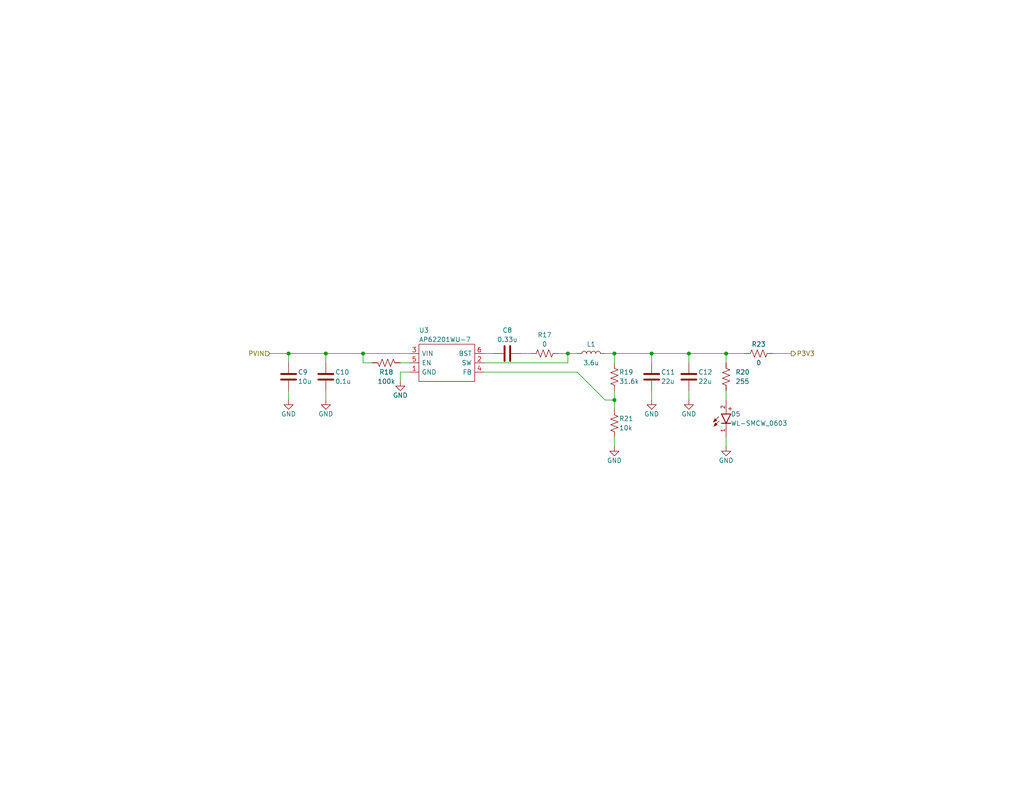
<source format=kicad_sch>
(kicad_sch
	(version 20231120)
	(generator "eeschema")
	(generator_version "8.0")
	(uuid "806c5f42-4906-4a72-a434-35104fa132b6")
	(paper "USLetter")
	(title_block
		(title "ESP32 RC Controller")
		(date "2024-09-04")
		(rev "0")
		(company "Wireless and Control Systems LLC")
		(comment 1 "Dan Tatum")
	)
	(lib_symbols
		(symbol "power:GND"
			(power)
			(pin_numbers hide)
			(pin_names
				(offset 0) hide)
			(exclude_from_sim no)
			(in_bom yes)
			(on_board yes)
			(property "Reference" "#PWR"
				(at 0 -6.35 0)
				(effects
					(font
						(size 1.27 1.27)
					)
					(hide yes)
				)
			)
			(property "Value" "GND"
				(at 0 -3.81 0)
				(effects
					(font
						(size 1.27 1.27)
					)
				)
			)
			(property "Footprint" ""
				(at 0 0 0)
				(effects
					(font
						(size 1.27 1.27)
					)
					(hide yes)
				)
			)
			(property "Datasheet" ""
				(at 0 0 0)
				(effects
					(font
						(size 1.27 1.27)
					)
					(hide yes)
				)
			)
			(property "Description" "Power symbol creates a global label with name \"GND\" , ground"
				(at 0 0 0)
				(effects
					(font
						(size 1.27 1.27)
					)
					(hide yes)
				)
			)
			(property "ki_keywords" "global power"
				(at 0 0 0)
				(effects
					(font
						(size 1.27 1.27)
					)
					(hide yes)
				)
			)
			(symbol "GND_0_1"
				(polyline
					(pts
						(xy 0 0) (xy 0 -1.27) (xy 1.27 -1.27) (xy 0 -2.54) (xy -1.27 -1.27) (xy 0 -1.27)
					)
					(stroke
						(width 0)
						(type default)
					)
					(fill
						(type none)
					)
				)
			)
			(symbol "GND_1_1"
				(pin power_in line
					(at 0 0 270)
					(length 0)
					(name "~"
						(effects
							(font
								(size 1.27 1.27)
							)
						)
					)
					(number "1"
						(effects
							(font
								(size 1.27 1.27)
							)
						)
					)
				)
			)
		)
		(symbol "proj_library:AP62201WU-7"
			(pin_names
				(offset 0.762)
			)
			(exclude_from_sim no)
			(in_bom yes)
			(on_board yes)
			(property "Reference" "U"
				(at -7.62 9.398 0)
				(effects
					(font
						(size 1.27 1.27)
					)
					(justify left)
				)
			)
			(property "Value" "AP62201WU-7"
				(at -7.62 6.858 0)
				(effects
					(font
						(size 1.27 1.27)
					)
					(justify left)
				)
			)
			(property "Footprint" "proj_library:TSOT26"
				(at 0 -3.81 0)
				(effects
					(font
						(size 1.27 1.27)
					)
					(hide yes)
				)
			)
			(property "Datasheet" ""
				(at 8.89 2.54 0)
				(effects
					(font
						(size 1.27 1.27)
					)
					(justify left)
					(hide yes)
				)
			)
			(property "Description" "Switching Voltage Regulators DCDC Conv HV Buck TSOT26(STD) T&R 3K"
				(at 0 0 0)
				(effects
					(font
						(size 1.27 1.27)
					)
					(hide yes)
				)
			)
			(property "Manufacturer" "Diodes Incorporated"
				(at 0 3.81 0)
				(effects
					(font
						(size 1.27 1.27)
					)
					(hide yes)
				)
			)
			(property "ki_keywords" "Switching Voltage Regulators DCDC Conv HV Buck"
				(at 0 0 0)
				(effects
					(font
						(size 1.27 1.27)
					)
					(hide yes)
				)
			)
			(symbol "AP62201WU-7_0_1"
				(polyline
					(pts
						(xy -7.62 5.08) (xy 7.62 5.08) (xy 7.62 -5.08) (xy -7.62 -5.08) (xy -7.62 5.08)
					)
					(stroke
						(width 0.1524)
						(type solid)
					)
					(fill
						(type none)
					)
				)
			)
			(symbol "AP62201WU-7_1_0"
				(pin passive line
					(at -10.16 -2.54 0)
					(length 2.54)
					(name "GND"
						(effects
							(font
								(size 1.27 1.27)
							)
						)
					)
					(number "1"
						(effects
							(font
								(size 1.27 1.27)
							)
						)
					)
				)
				(pin passive line
					(at 10.16 0 180)
					(length 2.54)
					(name "SW"
						(effects
							(font
								(size 1.27 1.27)
							)
						)
					)
					(number "2"
						(effects
							(font
								(size 1.27 1.27)
							)
						)
					)
				)
				(pin passive line
					(at -10.16 2.54 0)
					(length 2.54)
					(name "VIN"
						(effects
							(font
								(size 1.27 1.27)
							)
						)
					)
					(number "3"
						(effects
							(font
								(size 1.27 1.27)
							)
						)
					)
				)
				(pin passive line
					(at 10.16 -2.54 180)
					(length 2.54)
					(name "FB"
						(effects
							(font
								(size 1.27 1.27)
							)
						)
					)
					(number "4"
						(effects
							(font
								(size 1.27 1.27)
							)
						)
					)
				)
				(pin passive line
					(at -10.16 0 0)
					(length 2.54)
					(name "EN"
						(effects
							(font
								(size 1.27 1.27)
							)
						)
					)
					(number "5"
						(effects
							(font
								(size 1.27 1.27)
							)
						)
					)
				)
				(pin passive line
					(at 10.16 2.54 180)
					(length 2.54)
					(name "BST"
						(effects
							(font
								(size 1.27 1.27)
							)
						)
					)
					(number "6"
						(effects
							(font
								(size 1.27 1.27)
							)
						)
					)
				)
			)
		)
		(symbol "proj_library:CC0603KRX7R7BB104"
			(pin_numbers hide)
			(pin_names
				(offset 0.254)
			)
			(exclude_from_sim no)
			(in_bom yes)
			(on_board yes)
			(property "Reference" "C"
				(at 0.635 2.54 0)
				(effects
					(font
						(size 1.27 1.27)
					)
					(justify left)
				)
			)
			(property "Value" "0.1u"
				(at 0.635 -2.54 0)
				(effects
					(font
						(size 1.27 1.27)
					)
					(justify left)
				)
			)
			(property "Footprint" "proj_library:C0603"
				(at 0 -3.81 0)
				(effects
					(font
						(size 1.27 1.27)
					)
					(hide yes)
				)
			)
			(property "Datasheet" ""
				(at 0 0 0)
				(effects
					(font
						(size 1.27 1.27)
					)
					(hide yes)
				)
			)
			(property "Description" "CAP CER 0.1UF 16V X7R 0603"
				(at 0 0 0)
				(effects
					(font
						(size 1.27 1.27)
					)
					(hide yes)
				)
			)
			(property "ki_keywords" "C cap capacitor"
				(at 0 0 0)
				(effects
					(font
						(size 1.27 1.27)
					)
					(hide yes)
				)
			)
			(property "ki_fp_filters" "C_*"
				(at 0 0 0)
				(effects
					(font
						(size 1.27 1.27)
					)
					(hide yes)
				)
			)
			(symbol "CC0603KRX7R7BB104_0_1"
				(polyline
					(pts
						(xy -2.032 -0.762) (xy 2.032 -0.762)
					)
					(stroke
						(width 0.508)
						(type default)
					)
					(fill
						(type none)
					)
				)
				(polyline
					(pts
						(xy -2.032 0.762) (xy 2.032 0.762)
					)
					(stroke
						(width 0.508)
						(type default)
					)
					(fill
						(type none)
					)
				)
			)
			(symbol "CC0603KRX7R7BB104_1_1"
				(pin passive line
					(at 0 3.81 270)
					(length 2.794)
					(name "~"
						(effects
							(font
								(size 1.27 1.27)
							)
						)
					)
					(number "1"
						(effects
							(font
								(size 1.27 1.27)
							)
						)
					)
				)
				(pin passive line
					(at 0 -3.81 90)
					(length 2.794)
					(name "~"
						(effects
							(font
								(size 1.27 1.27)
							)
						)
					)
					(number "2"
						(effects
							(font
								(size 1.27 1.27)
							)
						)
					)
				)
			)
		)
		(symbol "proj_library:CL10B334KO8NNNC"
			(pin_numbers hide)
			(pin_names
				(offset 0.254)
			)
			(exclude_from_sim no)
			(in_bom yes)
			(on_board yes)
			(property "Reference" "C"
				(at 0.635 2.54 0)
				(effects
					(font
						(size 1.27 1.27)
					)
					(justify left)
				)
			)
			(property "Value" "0.33u"
				(at 0.635 -2.54 0)
				(effects
					(font
						(size 1.27 1.27)
					)
					(justify left)
				)
			)
			(property "Footprint" "proj_library:C0603"
				(at 0 -3.81 0)
				(effects
					(font
						(size 1.27 1.27)
					)
					(hide yes)
				)
			)
			(property "Datasheet" ""
				(at 0 0 0)
				(effects
					(font
						(size 1.27 1.27)
					)
					(hide yes)
				)
			)
			(property "Description" "CAP CER 0.33UF 16V X7R 0603"
				(at 0 0 0)
				(effects
					(font
						(size 1.27 1.27)
					)
					(hide yes)
				)
			)
			(property "ki_keywords" "C cap capacitor"
				(at 0 0 0)
				(effects
					(font
						(size 1.27 1.27)
					)
					(hide yes)
				)
			)
			(property "ki_fp_filters" "C_*"
				(at 0 0 0)
				(effects
					(font
						(size 1.27 1.27)
					)
					(hide yes)
				)
			)
			(symbol "CL10B334KO8NNNC_0_1"
				(polyline
					(pts
						(xy -2.032 -0.762) (xy 2.032 -0.762)
					)
					(stroke
						(width 0.508)
						(type default)
					)
					(fill
						(type none)
					)
				)
				(polyline
					(pts
						(xy -2.032 0.762) (xy 2.032 0.762)
					)
					(stroke
						(width 0.508)
						(type default)
					)
					(fill
						(type none)
					)
				)
			)
			(symbol "CL10B334KO8NNNC_1_1"
				(pin passive line
					(at 0 3.81 270)
					(length 2.794)
					(name "~"
						(effects
							(font
								(size 1.27 1.27)
							)
						)
					)
					(number "1"
						(effects
							(font
								(size 1.27 1.27)
							)
						)
					)
				)
				(pin passive line
					(at 0 -3.81 90)
					(length 2.794)
					(name "~"
						(effects
							(font
								(size 1.27 1.27)
							)
						)
					)
					(number "2"
						(effects
							(font
								(size 1.27 1.27)
							)
						)
					)
				)
			)
		)
		(symbol "proj_library:CL21A106KOQNNNE"
			(pin_numbers hide)
			(pin_names
				(offset 0.254)
			)
			(exclude_from_sim no)
			(in_bom yes)
			(on_board yes)
			(property "Reference" "C"
				(at 0.635 2.54 0)
				(effects
					(font
						(size 1.27 1.27)
					)
					(justify left)
				)
			)
			(property "Value" "10u"
				(at 0.635 -2.54 0)
				(effects
					(font
						(size 1.27 1.27)
					)
					(justify left)
				)
			)
			(property "Footprint" "proj_library:C0805"
				(at 0 -3.81 0)
				(effects
					(font
						(size 1.27 1.27)
					)
					(hide yes)
				)
			)
			(property "Datasheet" ""
				(at 0 0 0)
				(effects
					(font
						(size 1.27 1.27)
					)
					(hide yes)
				)
			)
			(property "Description" "CAP CER 10UF 16V X5R 0805"
				(at 0 0 0)
				(effects
					(font
						(size 1.27 1.27)
					)
					(hide yes)
				)
			)
			(property "ki_keywords" "C cap capacitor"
				(at 0 0 0)
				(effects
					(font
						(size 1.27 1.27)
					)
					(hide yes)
				)
			)
			(property "ki_fp_filters" "C_*"
				(at 0 0 0)
				(effects
					(font
						(size 1.27 1.27)
					)
					(hide yes)
				)
			)
			(symbol "CL21A106KOQNNNE_0_1"
				(polyline
					(pts
						(xy -2.032 -0.762) (xy 2.032 -0.762)
					)
					(stroke
						(width 0.508)
						(type default)
					)
					(fill
						(type none)
					)
				)
				(polyline
					(pts
						(xy -2.032 0.762) (xy 2.032 0.762)
					)
					(stroke
						(width 0.508)
						(type default)
					)
					(fill
						(type none)
					)
				)
			)
			(symbol "CL21A106KOQNNNE_1_1"
				(pin passive line
					(at 0 3.81 270)
					(length 2.794)
					(name "~"
						(effects
							(font
								(size 1.27 1.27)
							)
						)
					)
					(number "1"
						(effects
							(font
								(size 1.27 1.27)
							)
						)
					)
				)
				(pin passive line
					(at 0 -3.81 90)
					(length 2.794)
					(name "~"
						(effects
							(font
								(size 1.27 1.27)
							)
						)
					)
					(number "2"
						(effects
							(font
								(size 1.27 1.27)
							)
						)
					)
				)
			)
		)
		(symbol "proj_library:CL21A226MOCLRNC"
			(pin_numbers hide)
			(pin_names
				(offset 0.254)
			)
			(exclude_from_sim no)
			(in_bom yes)
			(on_board yes)
			(property "Reference" "C"
				(at 0.635 2.54 0)
				(effects
					(font
						(size 1.27 1.27)
					)
					(justify left)
				)
			)
			(property "Value" "22u"
				(at 0.635 -2.54 0)
				(effects
					(font
						(size 1.27 1.27)
					)
					(justify left)
				)
			)
			(property "Footprint" "proj_library:C0805"
				(at 0 -3.81 0)
				(effects
					(font
						(size 1.27 1.27)
					)
					(hide yes)
				)
			)
			(property "Datasheet" ""
				(at 0 0 0)
				(effects
					(font
						(size 1.27 1.27)
					)
					(hide yes)
				)
			)
			(property "Description" "CAP CER 22UF 16V X5R 0805"
				(at 0 0 0)
				(effects
					(font
						(size 1.27 1.27)
					)
					(hide yes)
				)
			)
			(property "ki_keywords" "C cap capacitor"
				(at 0 0 0)
				(effects
					(font
						(size 1.27 1.27)
					)
					(hide yes)
				)
			)
			(property "ki_fp_filters" "C_*"
				(at 0 0 0)
				(effects
					(font
						(size 1.27 1.27)
					)
					(hide yes)
				)
			)
			(symbol "CL21A226MOCLRNC_0_1"
				(polyline
					(pts
						(xy -2.032 -0.762) (xy 2.032 -0.762)
					)
					(stroke
						(width 0.508)
						(type default)
					)
					(fill
						(type none)
					)
				)
				(polyline
					(pts
						(xy -2.032 0.762) (xy 2.032 0.762)
					)
					(stroke
						(width 0.508)
						(type default)
					)
					(fill
						(type none)
					)
				)
			)
			(symbol "CL21A226MOCLRNC_1_1"
				(pin passive line
					(at 0 3.81 270)
					(length 2.794)
					(name "~"
						(effects
							(font
								(size 1.27 1.27)
							)
						)
					)
					(number "1"
						(effects
							(font
								(size 1.27 1.27)
							)
						)
					)
				)
				(pin passive line
					(at 0 -3.81 90)
					(length 2.794)
					(name "~"
						(effects
							(font
								(size 1.27 1.27)
							)
						)
					)
					(number "2"
						(effects
							(font
								(size 1.27 1.27)
							)
						)
					)
				)
			)
		)
		(symbol "proj_library:CRCW06030000Z0EAC"
			(pin_numbers hide)
			(pin_names
				(offset 0)
			)
			(exclude_from_sim no)
			(in_bom yes)
			(on_board yes)
			(property "Reference" "R"
				(at 1.27 2.54 0)
				(effects
					(font
						(size 1.27 1.27)
					)
					(justify left)
				)
			)
			(property "Value" "0"
				(at 1.27 -2.54 0)
				(effects
					(font
						(size 1.27 1.27)
					)
					(justify left)
				)
			)
			(property "Footprint" "proj_library:R0603"
				(at 0 -3.81 0)
				(effects
					(font
						(size 1.27 1.27)
					)
					(hide yes)
				)
			)
			(property "Datasheet" ""
				(at 0 0 0)
				(effects
					(font
						(size 1.27 1.27)
					)
					(hide yes)
				)
			)
			(property "Description" "RES 0 OHM JUMPER 1/10W 0603"
				(at 0 0 0)
				(effects
					(font
						(size 1.27 1.27)
					)
					(hide yes)
				)
			)
			(property "ki_keywords" "J jumper 0603"
				(at 0 0 0)
				(effects
					(font
						(size 1.27 1.27)
					)
					(hide yes)
				)
			)
			(property "ki_fp_filters" "R_*"
				(at 0 0 0)
				(effects
					(font
						(size 1.27 1.27)
					)
					(hide yes)
				)
			)
			(symbol "CRCW06030000Z0EAC_0_1"
				(polyline
					(pts
						(xy 0 -2.286) (xy 0 -2.54)
					)
					(stroke
						(width 0)
						(type default)
					)
					(fill
						(type none)
					)
				)
				(polyline
					(pts
						(xy 0 2.286) (xy 0 2.54)
					)
					(stroke
						(width 0)
						(type default)
					)
					(fill
						(type none)
					)
				)
				(polyline
					(pts
						(xy 0 -0.762) (xy 1.016 -1.143) (xy 0 -1.524) (xy -1.016 -1.905) (xy 0 -2.286)
					)
					(stroke
						(width 0)
						(type default)
					)
					(fill
						(type none)
					)
				)
				(polyline
					(pts
						(xy 0 0.762) (xy 1.016 0.381) (xy 0 0) (xy -1.016 -0.381) (xy 0 -0.762)
					)
					(stroke
						(width 0)
						(type default)
					)
					(fill
						(type none)
					)
				)
				(polyline
					(pts
						(xy 0 2.286) (xy 1.016 1.905) (xy 0 1.524) (xy -1.016 1.143) (xy 0 0.762)
					)
					(stroke
						(width 0)
						(type default)
					)
					(fill
						(type none)
					)
				)
			)
			(symbol "CRCW06030000Z0EAC_1_1"
				(pin passive line
					(at 0 3.81 270)
					(length 1.27)
					(name "~"
						(effects
							(font
								(size 1.27 1.27)
							)
						)
					)
					(number "1"
						(effects
							(font
								(size 1.27 1.27)
							)
						)
					)
				)
				(pin passive line
					(at 0 -3.81 90)
					(length 1.27)
					(name "~"
						(effects
							(font
								(size 1.27 1.27)
							)
						)
					)
					(number "2"
						(effects
							(font
								(size 1.27 1.27)
							)
						)
					)
				)
			)
		)
		(symbol "proj_library:CRCW0603100KFKEAC"
			(pin_numbers hide)
			(pin_names
				(offset 0)
			)
			(exclude_from_sim no)
			(in_bom yes)
			(on_board yes)
			(property "Reference" "R"
				(at 1.27 2.54 0)
				(effects
					(font
						(size 1.27 1.27)
					)
					(justify left)
				)
			)
			(property "Value" "100k"
				(at 1.27 -2.54 0)
				(effects
					(font
						(size 1.27 1.27)
					)
					(justify left)
				)
			)
			(property "Footprint" "proj_library:R0603"
				(at 0 -3.81 0)
				(effects
					(font
						(size 1.27 1.27)
					)
					(hide yes)
				)
			)
			(property "Datasheet" ""
				(at 0 0 0)
				(effects
					(font
						(size 1.27 1.27)
					)
					(hide yes)
				)
			)
			(property "Description" "RES 100K OHM 1% 1/10W 0603"
				(at 0 0 0)
				(effects
					(font
						(size 1.27 1.27)
					)
					(hide yes)
				)
			)
			(property "ki_keywords" "R res resistor 0603"
				(at 0 0 0)
				(effects
					(font
						(size 1.27 1.27)
					)
					(hide yes)
				)
			)
			(property "ki_fp_filters" "R_*"
				(at 0 0 0)
				(effects
					(font
						(size 1.27 1.27)
					)
					(hide yes)
				)
			)
			(symbol "CRCW0603100KFKEAC_0_1"
				(polyline
					(pts
						(xy 0 -2.286) (xy 0 -2.54)
					)
					(stroke
						(width 0)
						(type default)
					)
					(fill
						(type none)
					)
				)
				(polyline
					(pts
						(xy 0 2.286) (xy 0 2.54)
					)
					(stroke
						(width 0)
						(type default)
					)
					(fill
						(type none)
					)
				)
				(polyline
					(pts
						(xy 0 -0.762) (xy 1.016 -1.143) (xy 0 -1.524) (xy -1.016 -1.905) (xy 0 -2.286)
					)
					(stroke
						(width 0)
						(type default)
					)
					(fill
						(type none)
					)
				)
				(polyline
					(pts
						(xy 0 0.762) (xy 1.016 0.381) (xy 0 0) (xy -1.016 -0.381) (xy 0 -0.762)
					)
					(stroke
						(width 0)
						(type default)
					)
					(fill
						(type none)
					)
				)
				(polyline
					(pts
						(xy 0 2.286) (xy 1.016 1.905) (xy 0 1.524) (xy -1.016 1.143) (xy 0 0.762)
					)
					(stroke
						(width 0)
						(type default)
					)
					(fill
						(type none)
					)
				)
			)
			(symbol "CRCW0603100KFKEAC_1_1"
				(pin passive line
					(at 0 3.81 270)
					(length 1.27)
					(name "~"
						(effects
							(font
								(size 1.27 1.27)
							)
						)
					)
					(number "1"
						(effects
							(font
								(size 1.27 1.27)
							)
						)
					)
				)
				(pin passive line
					(at 0 -3.81 90)
					(length 1.27)
					(name "~"
						(effects
							(font
								(size 1.27 1.27)
							)
						)
					)
					(number "2"
						(effects
							(font
								(size 1.27 1.27)
							)
						)
					)
				)
			)
		)
		(symbol "proj_library:CRCW060310K0FKEAC"
			(pin_numbers hide)
			(pin_names
				(offset 0)
			)
			(exclude_from_sim no)
			(in_bom yes)
			(on_board yes)
			(property "Reference" "R"
				(at 1.27 2.54 0)
				(effects
					(font
						(size 1.27 1.27)
					)
					(justify left)
				)
			)
			(property "Value" "10k"
				(at 1.27 -2.54 0)
				(effects
					(font
						(size 1.27 1.27)
					)
					(justify left)
				)
			)
			(property "Footprint" "proj_library:R0603"
				(at 0 -3.81 0)
				(effects
					(font
						(size 1.27 1.27)
					)
					(hide yes)
				)
			)
			(property "Datasheet" ""
				(at 0 0 0)
				(effects
					(font
						(size 1.27 1.27)
					)
					(hide yes)
				)
			)
			(property "Description" "RES 10K OHM 1% 1/10W 0603"
				(at 0 0 0)
				(effects
					(font
						(size 1.27 1.27)
					)
					(hide yes)
				)
			)
			(property "ki_keywords" "R res resistor 0603"
				(at 0 0 0)
				(effects
					(font
						(size 1.27 1.27)
					)
					(hide yes)
				)
			)
			(property "ki_fp_filters" "R_*"
				(at 0 0 0)
				(effects
					(font
						(size 1.27 1.27)
					)
					(hide yes)
				)
			)
			(symbol "CRCW060310K0FKEAC_0_1"
				(polyline
					(pts
						(xy 0 -2.286) (xy 0 -2.54)
					)
					(stroke
						(width 0)
						(type default)
					)
					(fill
						(type none)
					)
				)
				(polyline
					(pts
						(xy 0 2.286) (xy 0 2.54)
					)
					(stroke
						(width 0)
						(type default)
					)
					(fill
						(type none)
					)
				)
				(polyline
					(pts
						(xy 0 -0.762) (xy 1.016 -1.143) (xy 0 -1.524) (xy -1.016 -1.905) (xy 0 -2.286)
					)
					(stroke
						(width 0)
						(type default)
					)
					(fill
						(type none)
					)
				)
				(polyline
					(pts
						(xy 0 0.762) (xy 1.016 0.381) (xy 0 0) (xy -1.016 -0.381) (xy 0 -0.762)
					)
					(stroke
						(width 0)
						(type default)
					)
					(fill
						(type none)
					)
				)
				(polyline
					(pts
						(xy 0 2.286) (xy 1.016 1.905) (xy 0 1.524) (xy -1.016 1.143) (xy 0 0.762)
					)
					(stroke
						(width 0)
						(type default)
					)
					(fill
						(type none)
					)
				)
			)
			(symbol "CRCW060310K0FKEAC_1_1"
				(pin passive line
					(at 0 3.81 270)
					(length 1.27)
					(name "~"
						(effects
							(font
								(size 1.27 1.27)
							)
						)
					)
					(number "1"
						(effects
							(font
								(size 1.27 1.27)
							)
						)
					)
				)
				(pin passive line
					(at 0 -3.81 90)
					(length 1.27)
					(name "~"
						(effects
							(font
								(size 1.27 1.27)
							)
						)
					)
					(number "2"
						(effects
							(font
								(size 1.27 1.27)
							)
						)
					)
				)
			)
		)
		(symbol "proj_library:CRCW0603255RFKEAC"
			(pin_numbers hide)
			(pin_names
				(offset 0)
			)
			(exclude_from_sim no)
			(in_bom yes)
			(on_board yes)
			(property "Reference" "R"
				(at 1.27 2.54 0)
				(effects
					(font
						(size 1.27 1.27)
					)
					(justify left)
				)
			)
			(property "Value" "255"
				(at 1.27 -2.54 0)
				(effects
					(font
						(size 1.27 1.27)
					)
					(justify left)
				)
			)
			(property "Footprint" "proj_library:R0603"
				(at 0 -3.81 0)
				(effects
					(font
						(size 1.27 1.27)
					)
					(hide yes)
				)
			)
			(property "Datasheet" ""
				(at 0 0 0)
				(effects
					(font
						(size 1.27 1.27)
					)
					(hide yes)
				)
			)
			(property "Description" "RES 255 OHM 1% 1/10W 0603"
				(at 0 0 0)
				(effects
					(font
						(size 1.27 1.27)
					)
					(hide yes)
				)
			)
			(property "ki_keywords" "R res resistor 0603"
				(at 0 0 0)
				(effects
					(font
						(size 1.27 1.27)
					)
					(hide yes)
				)
			)
			(property "ki_fp_filters" "R_*"
				(at 0 0 0)
				(effects
					(font
						(size 1.27 1.27)
					)
					(hide yes)
				)
			)
			(symbol "CRCW0603255RFKEAC_0_1"
				(polyline
					(pts
						(xy 0 -2.286) (xy 0 -2.54)
					)
					(stroke
						(width 0)
						(type default)
					)
					(fill
						(type none)
					)
				)
				(polyline
					(pts
						(xy 0 2.286) (xy 0 2.54)
					)
					(stroke
						(width 0)
						(type default)
					)
					(fill
						(type none)
					)
				)
				(polyline
					(pts
						(xy 0 -0.762) (xy 1.016 -1.143) (xy 0 -1.524) (xy -1.016 -1.905) (xy 0 -2.286)
					)
					(stroke
						(width 0)
						(type default)
					)
					(fill
						(type none)
					)
				)
				(polyline
					(pts
						(xy 0 0.762) (xy 1.016 0.381) (xy 0 0) (xy -1.016 -0.381) (xy 0 -0.762)
					)
					(stroke
						(width 0)
						(type default)
					)
					(fill
						(type none)
					)
				)
				(polyline
					(pts
						(xy 0 2.286) (xy 1.016 1.905) (xy 0 1.524) (xy -1.016 1.143) (xy 0 0.762)
					)
					(stroke
						(width 0)
						(type default)
					)
					(fill
						(type none)
					)
				)
			)
			(symbol "CRCW0603255RFKEAC_1_1"
				(pin passive line
					(at 0 3.81 270)
					(length 1.27)
					(name "~"
						(effects
							(font
								(size 1.27 1.27)
							)
						)
					)
					(number "1"
						(effects
							(font
								(size 1.27 1.27)
							)
						)
					)
				)
				(pin passive line
					(at 0 -3.81 90)
					(length 1.27)
					(name "~"
						(effects
							(font
								(size 1.27 1.27)
							)
						)
					)
					(number "2"
						(effects
							(font
								(size 1.27 1.27)
							)
						)
					)
				)
			)
		)
		(symbol "proj_library:CRCW060331K6FKEAC"
			(pin_numbers hide)
			(pin_names
				(offset 0)
			)
			(exclude_from_sim no)
			(in_bom yes)
			(on_board yes)
			(property "Reference" "R"
				(at 1.27 2.54 0)
				(effects
					(font
						(size 1.27 1.27)
					)
					(justify left)
				)
			)
			(property "Value" "31.6k"
				(at 1.27 -2.54 0)
				(effects
					(font
						(size 1.27 1.27)
					)
					(justify left)
				)
			)
			(property "Footprint" "proj_library:R0603"
				(at 0 -3.81 0)
				(effects
					(font
						(size 1.27 1.27)
					)
					(hide yes)
				)
			)
			(property "Datasheet" ""
				(at 0 0 0)
				(effects
					(font
						(size 1.27 1.27)
					)
					(hide yes)
				)
			)
			(property "Description" "RES 31.6K OHM 1% 1/10W 0603"
				(at 0 0 0)
				(effects
					(font
						(size 1.27 1.27)
					)
					(hide yes)
				)
			)
			(property "ki_keywords" "R res resistor 0603"
				(at 0 0 0)
				(effects
					(font
						(size 1.27 1.27)
					)
					(hide yes)
				)
			)
			(property "ki_fp_filters" "R_*"
				(at 0 0 0)
				(effects
					(font
						(size 1.27 1.27)
					)
					(hide yes)
				)
			)
			(symbol "CRCW060331K6FKEAC_0_1"
				(polyline
					(pts
						(xy 0 -2.286) (xy 0 -2.54)
					)
					(stroke
						(width 0)
						(type default)
					)
					(fill
						(type none)
					)
				)
				(polyline
					(pts
						(xy 0 2.286) (xy 0 2.54)
					)
					(stroke
						(width 0)
						(type default)
					)
					(fill
						(type none)
					)
				)
				(polyline
					(pts
						(xy 0 -0.762) (xy 1.016 -1.143) (xy 0 -1.524) (xy -1.016 -1.905) (xy 0 -2.286)
					)
					(stroke
						(width 0)
						(type default)
					)
					(fill
						(type none)
					)
				)
				(polyline
					(pts
						(xy 0 0.762) (xy 1.016 0.381) (xy 0 0) (xy -1.016 -0.381) (xy 0 -0.762)
					)
					(stroke
						(width 0)
						(type default)
					)
					(fill
						(type none)
					)
				)
				(polyline
					(pts
						(xy 0 2.286) (xy 1.016 1.905) (xy 0 1.524) (xy -1.016 1.143) (xy 0 0.762)
					)
					(stroke
						(width 0)
						(type default)
					)
					(fill
						(type none)
					)
				)
			)
			(symbol "CRCW060331K6FKEAC_1_1"
				(pin passive line
					(at 0 3.81 270)
					(length 1.27)
					(name "~"
						(effects
							(font
								(size 1.27 1.27)
							)
						)
					)
					(number "1"
						(effects
							(font
								(size 1.27 1.27)
							)
						)
					)
				)
				(pin passive line
					(at 0 -3.81 90)
					(length 1.27)
					(name "~"
						(effects
							(font
								(size 1.27 1.27)
							)
						)
					)
					(number "2"
						(effects
							(font
								(size 1.27 1.27)
							)
						)
					)
				)
			)
		)
		(symbol "proj_library:LSXNH8080YBL3R3NJG"
			(pin_numbers hide)
			(pin_names
				(offset 1.016) hide)
			(exclude_from_sim no)
			(in_bom yes)
			(on_board yes)
			(property "Reference" "L"
				(at 1.27 2.54 0)
				(effects
					(font
						(size 1.27 1.27)
					)
					(justify left)
				)
			)
			(property "Value" "3.6u"
				(at 1.27 -2.54 0)
				(effects
					(font
						(size 1.27 1.27)
					)
					(justify left)
				)
			)
			(property "Footprint" "proj_library:L3131"
				(at 0 -3.81 0)
				(effects
					(font
						(size 1.27 1.27)
					)
					(hide yes)
				)
			)
			(property "Datasheet" ""
				(at 0 0 0)
				(effects
					(font
						(size 1.27 1.27)
					)
					(hide yes)
				)
			)
			(property "Description" "FIXED IND 3.3UH 4.9A 19.5MOHM SM"
				(at 0 0 0)
				(effects
					(font
						(size 1.27 1.27)
					)
					(hide yes)
				)
			)
			(property "Manufacturer" "Taiyo Yuden"
				(at 0 3.81 0)
				(effects
					(font
						(size 1.27 1.27)
					)
					(hide yes)
				)
			)
			(property "ki_keywords" "inductor choke coil reactor magnetic"
				(at 0 0 0)
				(effects
					(font
						(size 1.27 1.27)
					)
					(hide yes)
				)
			)
			(property "ki_fp_filters" "Choke_* *Coil* Inductor_* L_*"
				(at 0 0 0)
				(effects
					(font
						(size 1.27 1.27)
					)
					(hide yes)
				)
			)
			(symbol "LSXNH8080YBL3R3NJG_0_1"
				(arc
					(start 0 -2.54)
					(mid 0.6323 -1.905)
					(end 0 -1.27)
					(stroke
						(width 0)
						(type default)
					)
					(fill
						(type none)
					)
				)
				(arc
					(start 0 -1.27)
					(mid 0.6323 -0.635)
					(end 0 0)
					(stroke
						(width 0)
						(type default)
					)
					(fill
						(type none)
					)
				)
				(arc
					(start 0 0)
					(mid 0.6323 0.635)
					(end 0 1.27)
					(stroke
						(width 0)
						(type default)
					)
					(fill
						(type none)
					)
				)
				(arc
					(start 0 1.27)
					(mid 0.6323 1.905)
					(end 0 2.54)
					(stroke
						(width 0)
						(type default)
					)
					(fill
						(type none)
					)
				)
			)
			(symbol "LSXNH8080YBL3R3NJG_1_1"
				(pin passive line
					(at 0 3.81 270)
					(length 1.27)
					(name "1"
						(effects
							(font
								(size 1.27 1.27)
							)
						)
					)
					(number "1"
						(effects
							(font
								(size 1.27 1.27)
							)
						)
					)
				)
				(pin passive line
					(at 0 -3.81 90)
					(length 1.27)
					(name "2"
						(effects
							(font
								(size 1.27 1.27)
							)
						)
					)
					(number "2"
						(effects
							(font
								(size 1.27 1.27)
							)
						)
					)
				)
			)
		)
		(symbol "proj_library:WL-SMCW_0603"
			(pin_names
				(offset 1.016)
			)
			(exclude_from_sim no)
			(in_bom yes)
			(on_board yes)
			(property "Reference" "D"
				(at 0 4.572 0)
				(effects
					(font
						(size 1.27 1.27)
					)
				)
			)
			(property "Value" "WL-SMCW_0603"
				(at 0 -4.572 0)
				(effects
					(font
						(size 1.27 1.27)
					)
				)
			)
			(property "Footprint" "proj_library:WL-SMCW_0603"
				(at 0 -4.572 0)
				(effects
					(font
						(size 1.27 1.27)
					)
					(hide yes)
				)
			)
			(property "Datasheet" ""
				(at -1.27 0 0)
				(effects
					(font
						(size 1.27 1.27)
					)
					(hide yes)
				)
			)
			(property "Description" "LED GREEN CLEAR 0603 SMD"
				(at 0 0 0)
				(effects
					(font
						(size 1.27 1.27)
					)
					(hide yes)
				)
			)
			(property "Manufacturer" "Würth Elektronik"
				(at 0 4.572 0)
				(effects
					(font
						(size 1.27 1.27)
					)
					(hide yes)
				)
			)
			(symbol "WL-SMCW_0603_0_0"
				(polyline
					(pts
						(xy -1.27 -1.27) (xy -1.27 0)
					)
					(stroke
						(width 0.254)
						(type default)
					)
					(fill
						(type none)
					)
				)
				(polyline
					(pts
						(xy -1.27 0) (xy -1.27 1.27)
					)
					(stroke
						(width 0.254)
						(type default)
					)
					(fill
						(type none)
					)
				)
				(polyline
					(pts
						(xy -1.27 0) (xy 1.27 1.27)
					)
					(stroke
						(width 0.254)
						(type default)
					)
					(fill
						(type none)
					)
				)
				(polyline
					(pts
						(xy -0.635 1.905) (xy -2.032 3.302)
					)
					(stroke
						(width 0.1524)
						(type default)
					)
					(fill
						(type none)
					)
				)
				(polyline
					(pts
						(xy 0.508 2.032) (xy -0.889 3.429)
					)
					(stroke
						(width 0.1524)
						(type default)
					)
					(fill
						(type none)
					)
				)
				(polyline
					(pts
						(xy 1.27 -1.27) (xy -1.27 0)
					)
					(stroke
						(width 0.254)
						(type default)
					)
					(fill
						(type none)
					)
				)
				(polyline
					(pts
						(xy 1.27 -1.27) (xy 1.27 0)
					)
					(stroke
						(width 0.254)
						(type default)
					)
					(fill
						(type none)
					)
				)
				(polyline
					(pts
						(xy 1.27 0) (xy 1.27 1.27)
					)
					(stroke
						(width 0.254)
						(type default)
					)
					(fill
						(type none)
					)
				)
				(polyline
					(pts
						(xy -2.032 3.302) (xy -1.143 2.921) (xy -1.651 2.413) (xy -2.032 3.302)
					)
					(stroke
						(width 0.1524)
						(type default)
					)
					(fill
						(type outline)
					)
				)
				(polyline
					(pts
						(xy -0.889 3.429) (xy 0 3.048) (xy -0.508 2.54) (xy -0.889 3.429)
					)
					(stroke
						(width 0.1524)
						(type default)
					)
					(fill
						(type outline)
					)
				)
				(text "+"
					(at 1.81 -1.74 0)
					(effects
						(font
							(size 1.27 1.27)
						)
						(justify left bottom)
					)
				)
			)
			(symbol "WL-SMCW_0603_1_0"
				(pin passive line
					(at -5.08 0 0)
					(length 3.81)
					(name "~"
						(effects
							(font
								(size 1.016 1.016)
							)
						)
					)
					(number "1"
						(effects
							(font
								(size 1.016 1.016)
							)
						)
					)
				)
				(pin passive line
					(at 5.08 0 180)
					(length 3.81)
					(name "~"
						(effects
							(font
								(size 1.016 1.016)
							)
						)
					)
					(number "2"
						(effects
							(font
								(size 1.016 1.016)
							)
						)
					)
				)
			)
		)
	)
	(junction
		(at 167.64 109.22)
		(diameter 0)
		(color 0 0 0 0)
		(uuid "08192b9c-6357-4b3a-ba42-bcc3d2e3cbf6")
	)
	(junction
		(at 154.94 96.52)
		(diameter 0)
		(color 0 0 0 0)
		(uuid "3df5f9d2-cc02-4826-8843-1116ffa1417d")
	)
	(junction
		(at 88.9 96.52)
		(diameter 0)
		(color 0 0 0 0)
		(uuid "3f9c3aac-8030-4469-91db-8450716e6db3")
	)
	(junction
		(at 99.06 96.52)
		(diameter 0)
		(color 0 0 0 0)
		(uuid "79de4871-3123-4318-918d-baf25f297209")
	)
	(junction
		(at 167.64 96.52)
		(diameter 0)
		(color 0 0 0 0)
		(uuid "886971a4-ca8a-42ad-bdd0-70224621afa3")
	)
	(junction
		(at 78.74 96.52)
		(diameter 0)
		(color 0 0 0 0)
		(uuid "89a9e58d-fd39-43e5-a76e-6c618abcf3ae")
	)
	(junction
		(at 187.96 96.52)
		(diameter 0)
		(color 0 0 0 0)
		(uuid "aefdb2e2-7c30-48d3-b845-911e9238c998")
	)
	(junction
		(at 177.8 96.52)
		(diameter 0)
		(color 0 0 0 0)
		(uuid "ce41a9cc-2dc2-40c8-a03a-839d18d9d47e")
	)
	(junction
		(at 198.12 96.52)
		(diameter 0)
		(color 0 0 0 0)
		(uuid "e25f93ac-e25e-4981-b733-6ade79e51eff")
	)
	(wire
		(pts
			(xy 132.08 101.6) (xy 157.48 101.6)
		)
		(stroke
			(width 0)
			(type default)
		)
		(uuid "08881d17-f9f3-4812-a482-847530d1dd75")
	)
	(wire
		(pts
			(xy 167.64 106.68) (xy 167.64 109.22)
		)
		(stroke
			(width 0)
			(type default)
		)
		(uuid "241a1275-3381-4df3-b09c-ee100d6a72b5")
	)
	(wire
		(pts
			(xy 198.12 96.52) (xy 203.2 96.52)
		)
		(stroke
			(width 0)
			(type default)
		)
		(uuid "2644c8b0-ff06-42de-b241-723ab23d9e06")
	)
	(wire
		(pts
			(xy 152.4 96.52) (xy 154.94 96.52)
		)
		(stroke
			(width 0)
			(type default)
		)
		(uuid "2c4d576e-fa63-4c2d-b10f-5c34709f9b07")
	)
	(wire
		(pts
			(xy 167.64 96.52) (xy 167.64 99.06)
		)
		(stroke
			(width 0)
			(type default)
		)
		(uuid "2db626c6-a644-450d-8863-81ffabb86f98")
	)
	(wire
		(pts
			(xy 157.48 101.6) (xy 165.1 109.22)
		)
		(stroke
			(width 0)
			(type default)
		)
		(uuid "2e189ee4-914d-406f-80b5-4d6ead41ea6a")
	)
	(wire
		(pts
			(xy 99.06 99.06) (xy 101.6 99.06)
		)
		(stroke
			(width 0)
			(type default)
		)
		(uuid "2e2f18fa-e7d2-4a80-99df-5d5597816c25")
	)
	(wire
		(pts
			(xy 187.96 96.52) (xy 187.96 99.06)
		)
		(stroke
			(width 0)
			(type default)
		)
		(uuid "2ef4d9a3-bac7-4c5d-bfba-843591251789")
	)
	(wire
		(pts
			(xy 78.74 96.52) (xy 78.74 99.06)
		)
		(stroke
			(width 0)
			(type default)
		)
		(uuid "34f0a702-7728-4990-802a-747985db0841")
	)
	(wire
		(pts
			(xy 165.1 109.22) (xy 167.64 109.22)
		)
		(stroke
			(width 0)
			(type default)
		)
		(uuid "3ea3db0d-63c3-47dd-b7e8-4a3c9ec14b3e")
	)
	(wire
		(pts
			(xy 187.96 96.52) (xy 198.12 96.52)
		)
		(stroke
			(width 0)
			(type default)
		)
		(uuid "3f1d844c-8b85-4e37-afa2-b33f6d1976e7")
	)
	(wire
		(pts
			(xy 78.74 106.68) (xy 78.74 109.22)
		)
		(stroke
			(width 0)
			(type default)
		)
		(uuid "4594e763-6276-46cc-bfd6-ac02890aaf73")
	)
	(wire
		(pts
			(xy 177.8 106.68) (xy 177.8 109.22)
		)
		(stroke
			(width 0)
			(type default)
		)
		(uuid "4fe17050-46a1-4b7f-91d4-61247eea0691")
	)
	(wire
		(pts
			(xy 167.64 119.38) (xy 167.64 121.92)
		)
		(stroke
			(width 0)
			(type default)
		)
		(uuid "50028510-b948-40ed-9b7b-e0fbb22e7cc2")
	)
	(wire
		(pts
			(xy 165.1 96.52) (xy 167.64 96.52)
		)
		(stroke
			(width 0)
			(type default)
		)
		(uuid "50fe3010-bd11-4c0f-bd78-656a3c9d704e")
	)
	(wire
		(pts
			(xy 109.22 99.06) (xy 111.76 99.06)
		)
		(stroke
			(width 0)
			(type default)
		)
		(uuid "53644eb5-a043-4571-9df6-ce8ed4ad2321")
	)
	(wire
		(pts
			(xy 78.74 96.52) (xy 88.9 96.52)
		)
		(stroke
			(width 0)
			(type default)
		)
		(uuid "54e93b9f-9f20-4062-91cc-579d4bdaedf8")
	)
	(wire
		(pts
			(xy 132.08 96.52) (xy 134.62 96.52)
		)
		(stroke
			(width 0)
			(type default)
		)
		(uuid "57a5da19-0102-4743-9ac6-82aeb22cc78b")
	)
	(wire
		(pts
			(xy 88.9 96.52) (xy 99.06 96.52)
		)
		(stroke
			(width 0)
			(type default)
		)
		(uuid "632aeda1-05f4-48c7-8f0f-57aceecbc78a")
	)
	(wire
		(pts
			(xy 109.22 101.6) (xy 111.76 101.6)
		)
		(stroke
			(width 0)
			(type default)
		)
		(uuid "696d2bd3-bba5-451d-b24d-85a083f84333")
	)
	(wire
		(pts
			(xy 198.12 96.52) (xy 198.12 99.06)
		)
		(stroke
			(width 0)
			(type default)
		)
		(uuid "69c5bb14-36fb-46c0-9de1-b1721bc46929")
	)
	(wire
		(pts
			(xy 88.9 96.52) (xy 88.9 99.06)
		)
		(stroke
			(width 0)
			(type default)
		)
		(uuid "8044b1cb-e65d-41ad-90a7-6d904e55b119")
	)
	(wire
		(pts
			(xy 154.94 96.52) (xy 157.48 96.52)
		)
		(stroke
			(width 0)
			(type default)
		)
		(uuid "81e446e7-2fa7-4148-b6b8-e2d29c7f3b88")
	)
	(wire
		(pts
			(xy 73.66 96.52) (xy 78.74 96.52)
		)
		(stroke
			(width 0)
			(type default)
		)
		(uuid "829328a9-5923-4235-a65d-0ec2c57f0bf0")
	)
	(wire
		(pts
			(xy 132.08 99.06) (xy 154.94 99.06)
		)
		(stroke
			(width 0)
			(type default)
		)
		(uuid "87b298bb-5852-4c0e-a2eb-42352a2df8cc")
	)
	(wire
		(pts
			(xy 187.96 106.68) (xy 187.96 109.22)
		)
		(stroke
			(width 0)
			(type default)
		)
		(uuid "90f0ac37-5c03-48c4-9446-7b6c7c428832")
	)
	(wire
		(pts
			(xy 167.64 109.22) (xy 167.64 111.76)
		)
		(stroke
			(width 0)
			(type default)
		)
		(uuid "93d52b9a-636a-4426-8171-c87e9c99d07a")
	)
	(wire
		(pts
			(xy 177.8 96.52) (xy 177.8 99.06)
		)
		(stroke
			(width 0)
			(type default)
		)
		(uuid "9ef5812d-146e-4895-a2a9-a6d2c4515e99")
	)
	(wire
		(pts
			(xy 142.24 96.52) (xy 144.78 96.52)
		)
		(stroke
			(width 0)
			(type default)
		)
		(uuid "b1c5e735-c3d1-4b60-b736-4e7ce98e7e21")
	)
	(wire
		(pts
			(xy 198.12 106.68) (xy 198.12 109.22)
		)
		(stroke
			(width 0)
			(type default)
		)
		(uuid "b71988be-169f-4948-9c2b-eb6828b77143")
	)
	(wire
		(pts
			(xy 99.06 96.52) (xy 111.76 96.52)
		)
		(stroke
			(width 0)
			(type default)
		)
		(uuid "bb9ab8d7-ccf3-42c1-866d-ee20b203eba1")
	)
	(wire
		(pts
			(xy 210.82 96.52) (xy 215.9 96.52)
		)
		(stroke
			(width 0)
			(type default)
		)
		(uuid "c9bf8f4e-2cd8-489c-8fde-b7e8e9f0a744")
	)
	(wire
		(pts
			(xy 109.22 101.6) (xy 109.22 104.14)
		)
		(stroke
			(width 0)
			(type default)
		)
		(uuid "d25783e4-f4f5-415d-9893-67310f6c5e1d")
	)
	(wire
		(pts
			(xy 154.94 96.52) (xy 154.94 99.06)
		)
		(stroke
			(width 0)
			(type default)
		)
		(uuid "e3bd1a7c-92e3-4d2f-95db-8d1c81500922")
	)
	(wire
		(pts
			(xy 88.9 106.68) (xy 88.9 109.22)
		)
		(stroke
			(width 0)
			(type default)
		)
		(uuid "e4653356-98c2-40ea-9d67-dea51f4cbf8b")
	)
	(wire
		(pts
			(xy 167.64 96.52) (xy 177.8 96.52)
		)
		(stroke
			(width 0)
			(type default)
		)
		(uuid "e8dde388-59a8-4f23-af5c-afb1364a5a99")
	)
	(wire
		(pts
			(xy 99.06 96.52) (xy 99.06 99.06)
		)
		(stroke
			(width 0)
			(type default)
		)
		(uuid "e9d6e970-8054-4916-aa92-0047563a3365")
	)
	(wire
		(pts
			(xy 198.12 119.38) (xy 198.12 121.92)
		)
		(stroke
			(width 0)
			(type default)
		)
		(uuid "f2cfb03c-fd4f-49df-b0cd-886fe4f35eb9")
	)
	(wire
		(pts
			(xy 177.8 96.52) (xy 187.96 96.52)
		)
		(stroke
			(width 0)
			(type default)
		)
		(uuid "faf3651e-2045-4c4b-a3ca-50faf8571da8")
	)
	(hierarchical_label "P3V3"
		(shape output)
		(at 215.9 96.52 0)
		(fields_autoplaced yes)
		(effects
			(font
				(size 1.27 1.27)
			)
			(justify left)
		)
		(uuid "057b1f16-4820-49c8-a202-b000f7b1bb3e")
	)
	(hierarchical_label "PVIN"
		(shape input)
		(at 73.66 96.52 180)
		(fields_autoplaced yes)
		(effects
			(font
				(size 1.27 1.27)
			)
			(justify right)
		)
		(uuid "9c1ae65c-f7a2-4b9d-bab8-46faf955b0d7")
	)
	(symbol
		(lib_id "power:GND")
		(at 88.9 109.22 0)
		(unit 1)
		(exclude_from_sim no)
		(in_bom yes)
		(on_board yes)
		(dnp no)
		(uuid "0d319266-e0fa-4398-b04b-ddb142058470")
		(property "Reference" "#PWR042"
			(at 88.9 115.57 0)
			(effects
				(font
					(size 1.27 1.27)
				)
				(hide yes)
			)
		)
		(property "Value" "GND"
			(at 88.9 113.03 0)
			(effects
				(font
					(size 1.27 1.27)
				)
			)
		)
		(property "Footprint" ""
			(at 88.9 109.22 0)
			(effects
				(font
					(size 1.27 1.27)
				)
				(hide yes)
			)
		)
		(property "Datasheet" ""
			(at 88.9 109.22 0)
			(effects
				(font
					(size 1.27 1.27)
				)
				(hide yes)
			)
		)
		(property "Description" "Power symbol creates a global label with name \"GND\" , ground"
			(at 88.9 109.22 0)
			(effects
				(font
					(size 1.27 1.27)
				)
				(hide yes)
			)
		)
		(pin "1"
			(uuid "eabfb553-ed88-44b3-ad76-6c1dd92a8c4e")
		)
		(instances
			(project ""
				(path "/b3c6ea11-f6f9-415a-9eb6-9be3a7f25c5c/46df8e48-15d9-48af-8b79-ea0500e33133"
					(reference "#PWR042")
					(unit 1)
				)
			)
		)
	)
	(symbol
		(lib_id "proj_library:CL21A226MOCLRNC")
		(at 177.8 102.87 0)
		(unit 1)
		(exclude_from_sim no)
		(in_bom yes)
		(on_board yes)
		(dnp no)
		(uuid "0e6fe09a-f675-497d-8781-57b9c06c8c4a")
		(property "Reference" "C11"
			(at 180.34 101.6 0)
			(effects
				(font
					(size 1.27 1.27)
				)
				(justify left)
			)
		)
		(property "Value" "22u"
			(at 180.34 104.14 0)
			(effects
				(font
					(size 1.27 1.27)
				)
				(justify left)
			)
		)
		(property "Footprint" "proj_library:C0805"
			(at 177.8 106.68 0)
			(effects
				(font
					(size 1.27 1.27)
				)
				(hide yes)
			)
		)
		(property "Datasheet" ""
			(at 177.8 102.87 0)
			(effects
				(font
					(size 1.27 1.27)
				)
				(hide yes)
			)
		)
		(property "Description" "CAP CER 22UF 16V X5R 0805"
			(at 177.8 102.87 0)
			(effects
				(font
					(size 1.27 1.27)
				)
				(hide yes)
			)
		)
		(pin "1"
			(uuid "d65ee1e5-7ed0-4535-af52-116a32c2b43a")
		)
		(pin "2"
			(uuid "c728850c-70cf-4339-9eff-c049266f5ef7")
		)
		(instances
			(project ""
				(path "/b3c6ea11-f6f9-415a-9eb6-9be3a7f25c5c/46df8e48-15d9-48af-8b79-ea0500e33133"
					(reference "C11")
					(unit 1)
				)
			)
		)
	)
	(symbol
		(lib_id "proj_library:CC0603KRX7R7BB104")
		(at 88.9 102.87 0)
		(unit 1)
		(exclude_from_sim no)
		(in_bom yes)
		(on_board yes)
		(dnp no)
		(uuid "129b57d3-b395-4e86-8f25-add59b5a8d9f")
		(property "Reference" "C10"
			(at 91.44 101.6 0)
			(effects
				(font
					(size 1.27 1.27)
				)
				(justify left)
			)
		)
		(property "Value" "0.1u"
			(at 91.44 104.14 0)
			(effects
				(font
					(size 1.27 1.27)
				)
				(justify left)
			)
		)
		(property "Footprint" "proj_library:C0603"
			(at 88.9 106.68 0)
			(effects
				(font
					(size 1.27 1.27)
				)
				(hide yes)
			)
		)
		(property "Datasheet" ""
			(at 88.9 102.87 0)
			(effects
				(font
					(size 1.27 1.27)
				)
				(hide yes)
			)
		)
		(property "Description" "CAP CER 0.1UF 16V X7R 0603"
			(at 88.9 102.87 0)
			(effects
				(font
					(size 1.27 1.27)
				)
				(hide yes)
			)
		)
		(pin "1"
			(uuid "8075ea74-0469-4158-9e3a-0dd411008f08")
		)
		(pin "2"
			(uuid "73560fb7-9a8a-4c6e-9743-8b6fdcd3e0df")
		)
		(instances
			(project "ESP32-RC_R0"
				(path "/b3c6ea11-f6f9-415a-9eb6-9be3a7f25c5c/46df8e48-15d9-48af-8b79-ea0500e33133"
					(reference "C10")
					(unit 1)
				)
			)
		)
	)
	(symbol
		(lib_id "proj_library:CRCW06030000Z0EAC")
		(at 148.59 96.52 90)
		(unit 1)
		(exclude_from_sim no)
		(in_bom yes)
		(on_board yes)
		(dnp no)
		(uuid "1cf25df3-0973-4490-84e2-21ef41113a19")
		(property "Reference" "R17"
			(at 148.59 91.44 90)
			(effects
				(font
					(size 1.27 1.27)
				)
			)
		)
		(property "Value" "0"
			(at 148.59 93.98 90)
			(effects
				(font
					(size 1.27 1.27)
				)
			)
		)
		(property "Footprint" "proj_library:R0603"
			(at 152.4 96.52 0)
			(effects
				(font
					(size 1.27 1.27)
				)
				(hide yes)
			)
		)
		(property "Datasheet" ""
			(at 148.59 96.52 0)
			(effects
				(font
					(size 1.27 1.27)
				)
				(hide yes)
			)
		)
		(property "Description" "RES 0 OHM JUMPER 1/10W 0603"
			(at 148.59 96.52 0)
			(effects
				(font
					(size 1.27 1.27)
				)
				(hide yes)
			)
		)
		(pin "2"
			(uuid "fa31ea4c-7646-4f50-acb1-bad5c7a8a6e1")
		)
		(pin "1"
			(uuid "e939ae32-0f5f-4061-b1a8-c8c80517b66d")
		)
		(instances
			(project ""
				(path "/b3c6ea11-f6f9-415a-9eb6-9be3a7f25c5c/46df8e48-15d9-48af-8b79-ea0500e33133"
					(reference "R17")
					(unit 1)
				)
			)
		)
	)
	(symbol
		(lib_id "proj_library:CRCW0603255RFKEAC")
		(at 198.12 102.87 0)
		(unit 1)
		(exclude_from_sim no)
		(in_bom yes)
		(on_board yes)
		(dnp no)
		(fields_autoplaced yes)
		(uuid "23ff8bb6-0b86-4b0d-bc70-03e1645fec6e")
		(property "Reference" "R20"
			(at 200.66 101.5999 0)
			(effects
				(font
					(size 1.27 1.27)
				)
				(justify left)
			)
		)
		(property "Value" "255"
			(at 200.66 104.1399 0)
			(effects
				(font
					(size 1.27 1.27)
				)
				(justify left)
			)
		)
		(property "Footprint" "proj_library:R0603"
			(at 198.12 106.68 0)
			(effects
				(font
					(size 1.27 1.27)
				)
				(hide yes)
			)
		)
		(property "Datasheet" ""
			(at 198.12 102.87 0)
			(effects
				(font
					(size 1.27 1.27)
				)
				(hide yes)
			)
		)
		(property "Description" "RES 255 OHM 1% 1/10W 0603"
			(at 198.12 102.87 0)
			(effects
				(font
					(size 1.27 1.27)
				)
				(hide yes)
			)
		)
		(pin "2"
			(uuid "a70cb122-8902-401b-b2c4-065b8e5e616c")
		)
		(pin "1"
			(uuid "3fede677-04b4-446c-ba4b-643f51bae4fc")
		)
		(instances
			(project "ESP32-RC_R0"
				(path "/b3c6ea11-f6f9-415a-9eb6-9be3a7f25c5c/46df8e48-15d9-48af-8b79-ea0500e33133"
					(reference "R20")
					(unit 1)
				)
			)
		)
	)
	(symbol
		(lib_id "power:GND")
		(at 109.22 104.14 0)
		(unit 1)
		(exclude_from_sim no)
		(in_bom yes)
		(on_board yes)
		(dnp no)
		(uuid "38d4e7d0-14f8-4fe9-a348-1c0301d7acf4")
		(property "Reference" "#PWR040"
			(at 109.22 110.49 0)
			(effects
				(font
					(size 1.27 1.27)
				)
				(hide yes)
			)
		)
		(property "Value" "GND"
			(at 109.22 107.95 0)
			(effects
				(font
					(size 1.27 1.27)
				)
			)
		)
		(property "Footprint" ""
			(at 109.22 104.14 0)
			(effects
				(font
					(size 1.27 1.27)
				)
				(hide yes)
			)
		)
		(property "Datasheet" ""
			(at 109.22 104.14 0)
			(effects
				(font
					(size 1.27 1.27)
				)
				(hide yes)
			)
		)
		(property "Description" "Power symbol creates a global label with name \"GND\" , ground"
			(at 109.22 104.14 0)
			(effects
				(font
					(size 1.27 1.27)
				)
				(hide yes)
			)
		)
		(pin "1"
			(uuid "fcfc4e22-1ffd-411f-ba07-073d397dee91")
		)
		(instances
			(project "ESP32-RC_R0"
				(path "/b3c6ea11-f6f9-415a-9eb6-9be3a7f25c5c/46df8e48-15d9-48af-8b79-ea0500e33133"
					(reference "#PWR040")
					(unit 1)
				)
			)
		)
	)
	(symbol
		(lib_id "power:GND")
		(at 167.64 121.92 0)
		(unit 1)
		(exclude_from_sim no)
		(in_bom yes)
		(on_board yes)
		(dnp no)
		(uuid "3b661ac3-2f43-4bad-b639-c796f25ce92d")
		(property "Reference" "#PWR045"
			(at 167.64 128.27 0)
			(effects
				(font
					(size 1.27 1.27)
				)
				(hide yes)
			)
		)
		(property "Value" "GND"
			(at 167.64 125.73 0)
			(effects
				(font
					(size 1.27 1.27)
				)
			)
		)
		(property "Footprint" ""
			(at 167.64 121.92 0)
			(effects
				(font
					(size 1.27 1.27)
				)
				(hide yes)
			)
		)
		(property "Datasheet" ""
			(at 167.64 121.92 0)
			(effects
				(font
					(size 1.27 1.27)
				)
				(hide yes)
			)
		)
		(property "Description" "Power symbol creates a global label with name \"GND\" , ground"
			(at 167.64 121.92 0)
			(effects
				(font
					(size 1.27 1.27)
				)
				(hide yes)
			)
		)
		(pin "1"
			(uuid "f47814d1-ae76-48b3-b134-6ac4829c5557")
		)
		(instances
			(project "ESP32-RC_R0"
				(path "/b3c6ea11-f6f9-415a-9eb6-9be3a7f25c5c/46df8e48-15d9-48af-8b79-ea0500e33133"
					(reference "#PWR045")
					(unit 1)
				)
			)
		)
	)
	(symbol
		(lib_id "proj_library:CL10B334KO8NNNC")
		(at 138.43 96.52 90)
		(unit 1)
		(exclude_from_sim no)
		(in_bom yes)
		(on_board yes)
		(dnp no)
		(uuid "4e7a199c-640d-4454-aedd-9ee73807a3f9")
		(property "Reference" "C8"
			(at 138.43 90.17 90)
			(effects
				(font
					(size 1.27 1.27)
				)
			)
		)
		(property "Value" "0.33u"
			(at 138.43 92.71 90)
			(effects
				(font
					(size 1.27 1.27)
				)
			)
		)
		(property "Footprint" "proj_library:C0603"
			(at 142.24 96.52 0)
			(effects
				(font
					(size 1.27 1.27)
				)
				(hide yes)
			)
		)
		(property "Datasheet" ""
			(at 138.43 96.52 0)
			(effects
				(font
					(size 1.27 1.27)
				)
				(hide yes)
			)
		)
		(property "Description" "CAP CER 0.33UF 16V X7R 0603"
			(at 138.43 96.52 0)
			(effects
				(font
					(size 1.27 1.27)
				)
				(hide yes)
			)
		)
		(pin "2"
			(uuid "512a99d8-56f1-4131-95e3-7925b868bf32")
		)
		(pin "1"
			(uuid "e9308a39-7183-41c4-af78-e24ed26e3439")
		)
		(instances
			(project ""
				(path "/b3c6ea11-f6f9-415a-9eb6-9be3a7f25c5c/46df8e48-15d9-48af-8b79-ea0500e33133"
					(reference "C8")
					(unit 1)
				)
			)
		)
	)
	(symbol
		(lib_id "proj_library:CRCW06030000Z0EAC")
		(at 207.01 96.52 90)
		(unit 1)
		(exclude_from_sim no)
		(in_bom yes)
		(on_board yes)
		(dnp no)
		(uuid "66e81d0b-7aef-41ff-9ff1-e1be0dfe837f")
		(property "Reference" "R23"
			(at 207.01 93.98 90)
			(effects
				(font
					(size 1.27 1.27)
				)
			)
		)
		(property "Value" "0"
			(at 207.01 99.06 90)
			(effects
				(font
					(size 1.27 1.27)
				)
			)
		)
		(property "Footprint" "proj_library:R0603"
			(at 210.82 96.52 0)
			(effects
				(font
					(size 1.27 1.27)
				)
				(hide yes)
			)
		)
		(property "Datasheet" ""
			(at 207.01 96.52 0)
			(effects
				(font
					(size 1.27 1.27)
				)
				(hide yes)
			)
		)
		(property "Description" "RES 0 OHM JUMPER 1/10W 0603"
			(at 207.01 96.52 0)
			(effects
				(font
					(size 1.27 1.27)
				)
				(hide yes)
			)
		)
		(pin "1"
			(uuid "f473f4e1-b335-45e4-8e96-43bc98d80415")
		)
		(pin "2"
			(uuid "86945ce4-5511-4206-9f6d-0767c2741bb1")
		)
		(instances
			(project "ESP32-RC_R0"
				(path "/b3c6ea11-f6f9-415a-9eb6-9be3a7f25c5c/46df8e48-15d9-48af-8b79-ea0500e33133"
					(reference "R23")
					(unit 1)
				)
			)
		)
	)
	(symbol
		(lib_id "proj_library:CL21A106KOQNNNE")
		(at 78.74 102.87 0)
		(unit 1)
		(exclude_from_sim no)
		(in_bom yes)
		(on_board yes)
		(dnp no)
		(uuid "6cd728b9-6c66-4c61-8dfc-4b48ee243565")
		(property "Reference" "C9"
			(at 81.28 101.6 0)
			(effects
				(font
					(size 1.27 1.27)
				)
				(justify left)
			)
		)
		(property "Value" "10u"
			(at 81.28 104.14 0)
			(effects
				(font
					(size 1.27 1.27)
				)
				(justify left)
			)
		)
		(property "Footprint" "proj_library:C0805"
			(at 78.74 106.68 0)
			(effects
				(font
					(size 1.27 1.27)
				)
				(hide yes)
			)
		)
		(property "Datasheet" ""
			(at 78.74 102.87 0)
			(effects
				(font
					(size 1.27 1.27)
				)
				(hide yes)
			)
		)
		(property "Description" "CAP CER 10UF 16V X5R 0805"
			(at 78.74 102.87 0)
			(effects
				(font
					(size 1.27 1.27)
				)
				(hide yes)
			)
		)
		(pin "2"
			(uuid "cc6a664b-b8bf-499a-b376-2cedb19c38dc")
		)
		(pin "1"
			(uuid "62209731-0a25-4e8c-84f3-b70c193f4019")
		)
		(instances
			(project "ESP32-RC_R0"
				(path "/b3c6ea11-f6f9-415a-9eb6-9be3a7f25c5c/46df8e48-15d9-48af-8b79-ea0500e33133"
					(reference "C9")
					(unit 1)
				)
			)
		)
	)
	(symbol
		(lib_id "proj_library:LSXNH8080YBL3R3NJG")
		(at 161.29 96.52 90)
		(unit 1)
		(exclude_from_sim no)
		(in_bom yes)
		(on_board yes)
		(dnp no)
		(uuid "8815c9be-e3ac-4415-b89e-eb1d9d80ea4c")
		(property "Reference" "L1"
			(at 161.29 93.98 90)
			(effects
				(font
					(size 1.27 1.27)
				)
			)
		)
		(property "Value" "3.6u"
			(at 161.29 99.06 90)
			(effects
				(font
					(size 1.27 1.27)
				)
			)
		)
		(property "Footprint" "proj_library:L3131"
			(at 165.1 96.52 0)
			(effects
				(font
					(size 1.27 1.27)
				)
				(hide yes)
			)
		)
		(property "Datasheet" ""
			(at 161.29 96.52 0)
			(effects
				(font
					(size 1.27 1.27)
				)
				(hide yes)
			)
		)
		(property "Description" "FIXED IND 3.3UH 4.9A 19.5MOHM SM"
			(at 161.29 96.52 0)
			(effects
				(font
					(size 1.27 1.27)
				)
				(hide yes)
			)
		)
		(property "Manufacturer" "Taiyo Yuden"
			(at 157.48 96.52 0)
			(effects
				(font
					(size 1.27 1.27)
				)
				(hide yes)
			)
		)
		(pin "1"
			(uuid "0b90ed93-9813-4675-bdcc-67ff6952300d")
		)
		(pin "2"
			(uuid "0b5678a5-abf3-48f4-b4a3-b7f53a0e7569")
		)
		(instances
			(project ""
				(path "/b3c6ea11-f6f9-415a-9eb6-9be3a7f25c5c/46df8e48-15d9-48af-8b79-ea0500e33133"
					(reference "L1")
					(unit 1)
				)
			)
		)
	)
	(symbol
		(lib_id "proj_library:CL21A226MOCLRNC")
		(at 187.96 102.87 0)
		(unit 1)
		(exclude_from_sim no)
		(in_bom yes)
		(on_board yes)
		(dnp no)
		(uuid "8db77a84-732d-420b-a1f6-702ca3896ce2")
		(property "Reference" "C12"
			(at 190.5 101.6 0)
			(effects
				(font
					(size 1.27 1.27)
				)
				(justify left)
			)
		)
		(property "Value" "22u"
			(at 190.5 104.14 0)
			(effects
				(font
					(size 1.27 1.27)
				)
				(justify left)
			)
		)
		(property "Footprint" "proj_library:C0805"
			(at 187.96 106.68 0)
			(effects
				(font
					(size 1.27 1.27)
				)
				(hide yes)
			)
		)
		(property "Datasheet" ""
			(at 187.96 102.87 0)
			(effects
				(font
					(size 1.27 1.27)
				)
				(hide yes)
			)
		)
		(property "Description" "CAP CER 22UF 16V X5R 0805"
			(at 187.96 102.87 0)
			(effects
				(font
					(size 1.27 1.27)
				)
				(hide yes)
			)
		)
		(pin "1"
			(uuid "69c4928d-73a8-4c16-80ec-85d1e3b0ef5a")
		)
		(pin "2"
			(uuid "7fb19467-4d64-40dc-abf9-b11b7d79c905")
		)
		(instances
			(project ""
				(path "/b3c6ea11-f6f9-415a-9eb6-9be3a7f25c5c/46df8e48-15d9-48af-8b79-ea0500e33133"
					(reference "C12")
					(unit 1)
				)
			)
		)
	)
	(symbol
		(lib_id "proj_library:CRCW060310K0FKEAC")
		(at 167.64 115.57 0)
		(unit 1)
		(exclude_from_sim no)
		(in_bom yes)
		(on_board yes)
		(dnp no)
		(uuid "92426e4e-ee4e-4a7a-b604-fac67d4b143e")
		(property "Reference" "R21"
			(at 168.91 114.3 0)
			(effects
				(font
					(size 1.27 1.27)
				)
				(justify left)
			)
		)
		(property "Value" "10k"
			(at 168.91 116.84 0)
			(effects
				(font
					(size 1.27 1.27)
				)
				(justify left)
			)
		)
		(property "Footprint" "proj_library:R0603"
			(at 167.64 119.38 0)
			(effects
				(font
					(size 1.27 1.27)
				)
				(hide yes)
			)
		)
		(property "Datasheet" ""
			(at 167.64 115.57 0)
			(effects
				(font
					(size 1.27 1.27)
				)
				(hide yes)
			)
		)
		(property "Description" "RES 10K OHM 1% 1/10W 0603"
			(at 167.64 115.57 0)
			(effects
				(font
					(size 1.27 1.27)
				)
				(hide yes)
			)
		)
		(pin "1"
			(uuid "8f8fc495-2ebe-464a-8f5c-2550ce57946c")
		)
		(pin "2"
			(uuid "9d6dd6d6-1957-46b0-bb08-78efa3cbdcf6")
		)
		(instances
			(project ""
				(path "/b3c6ea11-f6f9-415a-9eb6-9be3a7f25c5c/46df8e48-15d9-48af-8b79-ea0500e33133"
					(reference "R21")
					(unit 1)
				)
			)
		)
	)
	(symbol
		(lib_id "proj_library:AP62201WU-7")
		(at 121.92 99.06 0)
		(unit 1)
		(exclude_from_sim no)
		(in_bom yes)
		(on_board yes)
		(dnp no)
		(uuid "9675d0bd-7f21-43a2-a48f-afb4f1ed6e8d")
		(property "Reference" "U3"
			(at 114.3 90.17 0)
			(effects
				(font
					(size 1.27 1.27)
				)
				(justify left)
			)
		)
		(property "Value" "AP62201WU-7"
			(at 114.3 92.71 0)
			(effects
				(font
					(size 1.27 1.27)
				)
				(justify left)
			)
		)
		(property "Footprint" "proj_library:TSOT26"
			(at 121.92 102.87 0)
			(effects
				(font
					(size 1.27 1.27)
				)
				(hide yes)
			)
		)
		(property "Datasheet" ""
			(at 130.81 96.52 0)
			(effects
				(font
					(size 1.27 1.27)
				)
				(justify left)
				(hide yes)
			)
		)
		(property "Description" "Switching Voltage Regulators DCDC Conv HV Buck TSOT26(STD) T&R 3K"
			(at 121.92 99.06 0)
			(effects
				(font
					(size 1.27 1.27)
				)
				(hide yes)
			)
		)
		(property "Manufacturer" "Diodes Incorporated"
			(at 121.92 95.25 0)
			(effects
				(font
					(size 1.27 1.27)
				)
				(hide yes)
			)
		)
		(pin "1"
			(uuid "5c892b0d-3c86-4d9a-bf9d-6aadf8bbb6df")
		)
		(pin "2"
			(uuid "04aa103d-d621-498a-8a4d-4bcc0b704740")
		)
		(pin "4"
			(uuid "6272afee-77fe-4eca-8550-1a3e045d15a1")
		)
		(pin "3"
			(uuid "5ac20cbf-9567-43d8-ab90-d73108d6acd3")
		)
		(pin "5"
			(uuid "1a1bf841-a2c9-4f70-b1cc-985d833dfacb")
		)
		(pin "6"
			(uuid "7d3c5c36-a327-4ee5-b336-aff7e86cf5aa")
		)
		(instances
			(project ""
				(path "/b3c6ea11-f6f9-415a-9eb6-9be3a7f25c5c/46df8e48-15d9-48af-8b79-ea0500e33133"
					(reference "U3")
					(unit 1)
				)
			)
		)
	)
	(symbol
		(lib_id "power:GND")
		(at 177.8 109.22 0)
		(unit 1)
		(exclude_from_sim no)
		(in_bom yes)
		(on_board yes)
		(dnp no)
		(uuid "ad27f24e-79f4-4ee4-9363-326c579dfe1d")
		(property "Reference" "#PWR043"
			(at 177.8 115.57 0)
			(effects
				(font
					(size 1.27 1.27)
				)
				(hide yes)
			)
		)
		(property "Value" "GND"
			(at 177.8 113.03 0)
			(effects
				(font
					(size 1.27 1.27)
				)
			)
		)
		(property "Footprint" ""
			(at 177.8 109.22 0)
			(effects
				(font
					(size 1.27 1.27)
				)
				(hide yes)
			)
		)
		(property "Datasheet" ""
			(at 177.8 109.22 0)
			(effects
				(font
					(size 1.27 1.27)
				)
				(hide yes)
			)
		)
		(property "Description" "Power symbol creates a global label with name \"GND\" , ground"
			(at 177.8 109.22 0)
			(effects
				(font
					(size 1.27 1.27)
				)
				(hide yes)
			)
		)
		(pin "1"
			(uuid "57aabcec-2114-41eb-8abd-7d2d227ceca1")
		)
		(instances
			(project "ESP32-RC_R0"
				(path "/b3c6ea11-f6f9-415a-9eb6-9be3a7f25c5c/46df8e48-15d9-48af-8b79-ea0500e33133"
					(reference "#PWR043")
					(unit 1)
				)
			)
		)
	)
	(symbol
		(lib_id "proj_library:CRCW0603100KFKEAC")
		(at 105.41 99.06 90)
		(mirror x)
		(unit 1)
		(exclude_from_sim no)
		(in_bom yes)
		(on_board yes)
		(dnp no)
		(uuid "bb31c6a8-499e-414a-b2fa-c5c60b72fc30")
		(property "Reference" "R18"
			(at 105.41 101.6 90)
			(effects
				(font
					(size 1.27 1.27)
				)
			)
		)
		(property "Value" "100k"
			(at 105.41 104.14 90)
			(effects
				(font
					(size 1.27 1.27)
				)
			)
		)
		(property "Footprint" "proj_library:R0603"
			(at 109.22 99.06 0)
			(effects
				(font
					(size 1.27 1.27)
				)
				(hide yes)
			)
		)
		(property "Datasheet" ""
			(at 105.41 99.06 0)
			(effects
				(font
					(size 1.27 1.27)
				)
				(hide yes)
			)
		)
		(property "Description" "RES 100K OHM 1% 1/10W 0603"
			(at 105.41 99.06 0)
			(effects
				(font
					(size 1.27 1.27)
				)
				(hide yes)
			)
		)
		(pin "2"
			(uuid "ec3bccc3-6d0e-404b-9370-24d8e184b165")
		)
		(pin "1"
			(uuid "a33f84b1-e2d7-46e0-b2f3-fbbc0caffb0e")
		)
		(instances
			(project ""
				(path "/b3c6ea11-f6f9-415a-9eb6-9be3a7f25c5c/46df8e48-15d9-48af-8b79-ea0500e33133"
					(reference "R18")
					(unit 1)
				)
			)
		)
	)
	(symbol
		(lib_id "proj_library:CRCW060331K6FKEAC")
		(at 167.64 102.87 0)
		(unit 1)
		(exclude_from_sim no)
		(in_bom yes)
		(on_board yes)
		(dnp no)
		(uuid "c3125f78-1557-40cd-94a8-17a3d14d50da")
		(property "Reference" "R19"
			(at 168.91 101.6 0)
			(effects
				(font
					(size 1.27 1.27)
				)
				(justify left)
			)
		)
		(property "Value" "31.6k"
			(at 168.91 104.14 0)
			(effects
				(font
					(size 1.27 1.27)
				)
				(justify left)
			)
		)
		(property "Footprint" "proj_library:R0603"
			(at 167.64 106.68 0)
			(effects
				(font
					(size 1.27 1.27)
				)
				(hide yes)
			)
		)
		(property "Datasheet" ""
			(at 167.64 102.87 0)
			(effects
				(font
					(size 1.27 1.27)
				)
				(hide yes)
			)
		)
		(property "Description" "RES 31.6K OHM 1% 1/10W 0603"
			(at 167.64 102.87 0)
			(effects
				(font
					(size 1.27 1.27)
				)
				(hide yes)
			)
		)
		(pin "1"
			(uuid "dc796e1c-6df2-4612-a32a-3dfffea29d3a")
		)
		(pin "2"
			(uuid "839ca152-06b0-45dc-873e-8b1b03979344")
		)
		(instances
			(project ""
				(path "/b3c6ea11-f6f9-415a-9eb6-9be3a7f25c5c/46df8e48-15d9-48af-8b79-ea0500e33133"
					(reference "R19")
					(unit 1)
				)
			)
		)
	)
	(symbol
		(lib_id "power:GND")
		(at 78.74 109.22 0)
		(unit 1)
		(exclude_from_sim no)
		(in_bom yes)
		(on_board yes)
		(dnp no)
		(uuid "c741383b-33fe-49f9-93f0-36f42ac50da5")
		(property "Reference" "#PWR041"
			(at 78.74 115.57 0)
			(effects
				(font
					(size 1.27 1.27)
				)
				(hide yes)
			)
		)
		(property "Value" "GND"
			(at 78.74 113.03 0)
			(effects
				(font
					(size 1.27 1.27)
				)
			)
		)
		(property "Footprint" ""
			(at 78.74 109.22 0)
			(effects
				(font
					(size 1.27 1.27)
				)
				(hide yes)
			)
		)
		(property "Datasheet" ""
			(at 78.74 109.22 0)
			(effects
				(font
					(size 1.27 1.27)
				)
				(hide yes)
			)
		)
		(property "Description" "Power symbol creates a global label with name \"GND\" , ground"
			(at 78.74 109.22 0)
			(effects
				(font
					(size 1.27 1.27)
				)
				(hide yes)
			)
		)
		(pin "1"
			(uuid "5c23ad94-0aad-49ee-afa2-a737886633c6")
		)
		(instances
			(project "ESP32-RC_R0"
				(path "/b3c6ea11-f6f9-415a-9eb6-9be3a7f25c5c/46df8e48-15d9-48af-8b79-ea0500e33133"
					(reference "#PWR041")
					(unit 1)
				)
			)
		)
	)
	(symbol
		(lib_id "power:GND")
		(at 198.12 121.92 0)
		(unit 1)
		(exclude_from_sim no)
		(in_bom yes)
		(on_board yes)
		(dnp no)
		(uuid "d23d73cf-72fa-4a00-8805-91baa0af38ca")
		(property "Reference" "#PWR046"
			(at 198.12 128.27 0)
			(effects
				(font
					(size 1.27 1.27)
				)
				(hide yes)
			)
		)
		(property "Value" "GND"
			(at 198.12 125.73 0)
			(effects
				(font
					(size 1.27 1.27)
				)
			)
		)
		(property "Footprint" ""
			(at 198.12 121.92 0)
			(effects
				(font
					(size 1.27 1.27)
				)
				(hide yes)
			)
		)
		(property "Datasheet" ""
			(at 198.12 121.92 0)
			(effects
				(font
					(size 1.27 1.27)
				)
				(hide yes)
			)
		)
		(property "Description" "Power symbol creates a global label with name \"GND\" , ground"
			(at 198.12 121.92 0)
			(effects
				(font
					(size 1.27 1.27)
				)
				(hide yes)
			)
		)
		(pin "1"
			(uuid "fba4c975-4b8c-4811-8e02-c3f891520c7d")
		)
		(instances
			(project "ESP32-RC_R0"
				(path "/b3c6ea11-f6f9-415a-9eb6-9be3a7f25c5c/46df8e48-15d9-48af-8b79-ea0500e33133"
					(reference "#PWR046")
					(unit 1)
				)
			)
		)
	)
	(symbol
		(lib_id "proj_library:WL-SMCW_0603")
		(at 198.12 114.3 90)
		(unit 1)
		(exclude_from_sim no)
		(in_bom yes)
		(on_board yes)
		(dnp no)
		(uuid "d672140f-4407-4523-ad0e-1aedb003ce47")
		(property "Reference" "D5"
			(at 199.39 113.03 90)
			(effects
				(font
					(size 1.27 1.27)
				)
				(justify right)
			)
		)
		(property "Value" "WL-SMCW_0603"
			(at 199.39 115.57 90)
			(effects
				(font
					(size 1.27 1.27)
				)
				(justify right)
			)
		)
		(property "Footprint" "proj_library:WL-SMCW_0603"
			(at 202.692 114.3 0)
			(effects
				(font
					(size 1.27 1.27)
				)
				(hide yes)
			)
		)
		(property "Datasheet" ""
			(at 198.12 115.57 0)
			(effects
				(font
					(size 1.27 1.27)
				)
				(hide yes)
			)
		)
		(property "Description" "LED GREEN CLEAR 0603 SMD"
			(at 198.12 114.3 0)
			(effects
				(font
					(size 1.27 1.27)
				)
				(hide yes)
			)
		)
		(property "Manufacturer" "Würth Elektronik"
			(at 193.548 114.3 0)
			(effects
				(font
					(size 1.27 1.27)
				)
				(hide yes)
			)
		)
		(pin "2"
			(uuid "a86eeacc-778a-4c74-a7f6-b8dcdfeee54e")
		)
		(pin "1"
			(uuid "2b792e19-ff34-4253-b1e8-0376c4760378")
		)
		(instances
			(project "ESP32-RC_R0"
				(path "/b3c6ea11-f6f9-415a-9eb6-9be3a7f25c5c/46df8e48-15d9-48af-8b79-ea0500e33133"
					(reference "D5")
					(unit 1)
				)
			)
		)
	)
	(symbol
		(lib_id "power:GND")
		(at 187.96 109.22 0)
		(unit 1)
		(exclude_from_sim no)
		(in_bom yes)
		(on_board yes)
		(dnp no)
		(uuid "f396ef13-f2ef-4dd4-816f-08cd32f6da72")
		(property "Reference" "#PWR044"
			(at 187.96 115.57 0)
			(effects
				(font
					(size 1.27 1.27)
				)
				(hide yes)
			)
		)
		(property "Value" "GND"
			(at 187.96 113.03 0)
			(effects
				(font
					(size 1.27 1.27)
				)
			)
		)
		(property "Footprint" ""
			(at 187.96 109.22 0)
			(effects
				(font
					(size 1.27 1.27)
				)
				(hide yes)
			)
		)
		(property "Datasheet" ""
			(at 187.96 109.22 0)
			(effects
				(font
					(size 1.27 1.27)
				)
				(hide yes)
			)
		)
		(property "Description" "Power symbol creates a global label with name \"GND\" , ground"
			(at 187.96 109.22 0)
			(effects
				(font
					(size 1.27 1.27)
				)
				(hide yes)
			)
		)
		(pin "1"
			(uuid "6c93bf6e-e468-40be-9e7b-f5ece2496916")
		)
		(instances
			(project "ESP32-RC_R0"
				(path "/b3c6ea11-f6f9-415a-9eb6-9be3a7f25c5c/46df8e48-15d9-48af-8b79-ea0500e33133"
					(reference "#PWR044")
					(unit 1)
				)
			)
		)
	)
)

</source>
